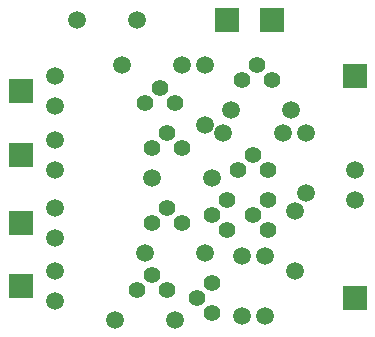
<source format=gts>
G04 Output by ViewMate Deluxe V11.0.9  PentaLogix LLC*
G04 Sun Feb 16 15:57:02 2014*
%FSLAX33Y33*%
%MOMM*%
%IPPOS*%
%ADD110C,1.5113*%
%ADD111R,2.0041X2.0041*%
%ADD112C,1.4122*%

%LPD*%
X0Y0D2*D110*G1X26924Y19456D3*X27876Y21044D3*X32004Y20409D3*X32004Y22949D3*X26606Y28029D3*X27876Y26124D3*X25972Y26124D3*X11684Y10249D3*X16764Y10249D3*X22479Y10566D3*X24384Y10566D3*X26924Y14376D3*X24384Y15646D3*X22479Y15646D3*X19304Y15964D3*X14224Y15964D3*X14859Y22314D3*X19939Y22314D3*X19304Y26759D3*X20892Y26124D3*X21526Y28029D3*X19304Y31839D3*X17399Y31839D3*X13589Y35649D3*X12319Y31839D3*X8509Y35649D3*X6604Y30886D3*X6604Y28346D3*X6604Y25489D3*X6604Y22949D3*X6604Y19774D3*X6604Y17234D3*X6604Y14376D3*X6604Y11836D3*D111*X3746Y13106D3*X3746Y18504D3*X3746Y24219D3*X3746Y29616D3*X21209Y35649D3*X25019Y35649D3*X32004Y30886D3*X32004Y12154D3*D112*X25019Y30569D3*X23749Y31839D3*X22479Y30569D3*X14224Y28664D3*X15494Y29934D3*X16764Y28664D3*X17399Y24854D3*X16129Y26124D3*X14859Y24854D3*X14859Y18504D3*X16129Y19774D3*X17399Y18504D3*X24702Y17869D3*X23432Y19139D3*X24702Y20409D3*X24702Y22949D3*X23432Y24219D3*X22162Y22949D3*X21209Y20409D3*X19939Y19139D3*X21209Y17869D3*X19939Y13424D3*X19939Y10884D3*X18669Y12154D3*X16129Y12789D3*X14859Y14059D3*X13589Y12789D3*X0Y0D2*M02*
</source>
